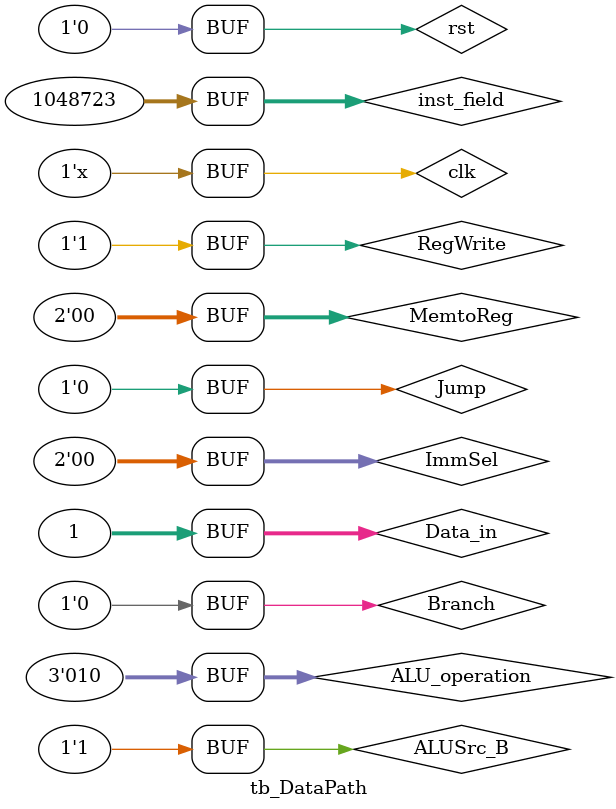
<source format=v>
`timescale 1ns / 1ps

module tb_DataPath;
// DataPath Inputs
reg   Branch                               = 0 ;
reg   Jump                                 = 0 ;
reg   [31:0]  Data_in                      = 0 ;
reg   [1:0]  MemtoReg                      = 0 ;
reg   ALUSrc_B                             = 0 ;
reg   [1:0]  ImmSel                        = 0 ;
reg   [31:0]  inst_field                   = 0 ;
reg   [2:0]  ALU_operation                 = 0 ;
reg   clk                                  = 0 ;
reg   rst                                  = 0 ;
reg   RegWrite                             = 0 ;

// DataPath Outputs
wire  [31:0]  ALU_out                      ;
wire  [31:0]  Data_out                     ;
wire  [31:0]  PC_out                       ;
wire  [31:0]  x0                           ;
wire  [31:0]  x1                           ;
wire  [31:0]  x2                           ;
wire  [31:0]  x3                           ;
wire  [31:0]  x4                           ;
wire  [31:0]  x5                           ;
wire  [31:0]  x6                           ;
wire  [31:0]  x7                           ;
wire  [31:0]  x8                           ;
wire  [31:0]  x9                           ;
wire  [31:0]  x10                          ;
wire  [31:0]  x11                          ;
wire  [31:0]  x12                          ;
wire  [31:0]  x13                          ;
wire  [31:0]  x14                          ;
wire  [31:0]  x15                          ;
wire  [31:0]  x16                          ;
wire  [31:0]  x17                          ;
wire  [31:0]  x18                          ;
wire  [31:0]  x19                          ;
wire  [31:0]  x20                          ;
wire  [31:0]  x21                          ;
wire  [31:0]  x22                          ;
wire  [31:0]  x23                          ;
wire  [31:0]  x24                          ;
wire  [31:0]  x25                          ;
wire  [31:0]  x26                          ;
wire  [31:0]  x27                          ;
wire  [31:0]  x28                          ;
wire  [31:0]  x29                          ;
wire  [31:0]  x30                          ;
wire  [31:0]  x31                          ;


initial begin
    rst = 1;#20;
    rst=0;
    Branch = 0;Jump = 0;Data_in = 32'h00000001;
    MemtoReg = 2'b00;ALUSrc_B = 1;
    ImmSel = 0;
    inst_field = 32'h00100093;
    ALU_operation = 3'h2;
    RegWrite = 1'b1;
    #20;


    // Branch = 0;Jump = 0;Data_in = ;
    // MemtoReg = ;ALUSrc_B = ;
    // ImmSel = ;
    // inst_field = ;
    // ALU_operation = ;
    // RegWrite = ;
end
 
initial  clk = 0;  
always #10 clk = ~clk; 

DataPath  u_DataPath (
    .Branch                  ( Branch                ),
    .Jump                    ( Jump                  ),
    .Data_in                 ( Data_in        [31:0] ),
    .MemtoReg                ( MemtoReg       [1:0]  ),
    .ALUSrc_B                ( ALUSrc_B              ),
    .ImmSel                  ( ImmSel         [1:0]  ),
    .inst_field              ( inst_field     [31:0] ),
    .ALU_operation           ( ALU_operation  [2:0]  ),
    .clk                     ( clk                   ),
    .rst                     ( rst                   ),
    .RegWrite                ( RegWrite              ),

    .ALU_out                 ( ALU_out        [31:0] ),
    .Data_out                ( Data_out       [31:0] ),
    .PC_out                  ( PC_out         [31:0] ),
    .x0                      ( x0             [31:0] ),
    .x1                      ( x1             [31:0] ),
    .x2                      ( x2             [31:0] ),
    .x3                      ( x3             [31:0] ),
    .x4                      ( x4             [31:0] ),
    .x5                      ( x5             [31:0] ),
    .x6                      ( x6             [31:0] ),
    .x7                      ( x7             [31:0] ),
    .x8                      ( x8             [31:0] ),
    .x9                      ( x9             [31:0] ),
    .x10                     ( x10            [31:0] ),
    .x11                     ( x11            [31:0] ),
    .x12                     ( x12            [31:0] ),
    .x13                     ( x13            [31:0] ),
    .x14                     ( x14            [31:0] ),
    .x15                     ( x15            [31:0] ),
    .x16                     ( x16            [31:0] ),
    .x17                     ( x17            [31:0] ),
    .x18                     ( x18            [31:0] ),
    .x19                     ( x19            [31:0] ),
    .x20                     ( x20            [31:0] ),
    .x21                     ( x21            [31:0] ),
    .x22                     ( x22            [31:0] ),
    .x23                     ( x23            [31:0] ),
    .x24                     ( x24            [31:0] ),
    .x25                     ( x25            [31:0] ),
    .x26                     ( x26            [31:0] ),
    .x27                     ( x27            [31:0] ),
    .x28                     ( x28            [31:0] ),
    .x29                     ( x29            [31:0] ),
    .x30                     ( x30            [31:0] ),
    .x31                     ( x31            [31:0] )
);



endmodule
</source>
